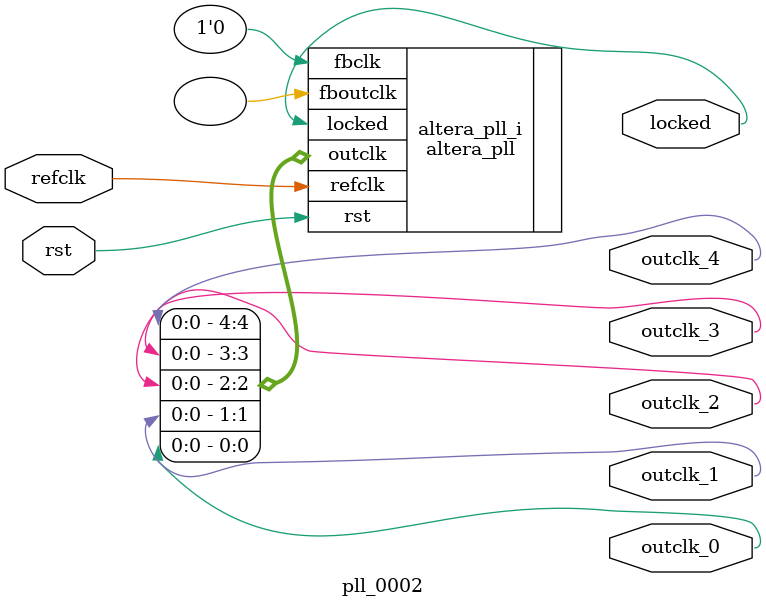
<source format=v>
`timescale 1ns/10ps
module  pll_0002(

	// interface 'refclk'
	input wire refclk,

	// interface 'reset'
	input wire rst,

	// interface 'outclk0'
	output wire outclk_0,

	// interface 'outclk1'
	output wire outclk_1,

	// interface 'outclk2'
	output wire outclk_2,

	// interface 'outclk3'
	output wire outclk_3,

	// interface 'outclk4'
	output wire outclk_4,

	// interface 'locked'
	output wire locked
);

	altera_pll #(
		.fractional_vco_multiplier("false"),
		.reference_clock_frequency("50.0 MHz"),
		.operation_mode("direct"),
		.number_of_clocks(5),
		.output_clock_frequency0("28.000000 MHz"),
		.phase_shift0("0 ps"),
		.duty_cycle0(50),
		.output_clock_frequency1("56.000000 MHz"),
		.phase_shift1("0 ps"),
		.duty_cycle1(50),
		.output_clock_frequency2("14.000000 MHz"),
		.phase_shift2("0 ps"),
		.duty_cycle2(50),
		.output_clock_frequency3("7.000000 MHz"),
		.phase_shift3("0 ps"),
		.duty_cycle3(50),
		.output_clock_frequency4("112.000000 MHz"),
		.phase_shift4("0 ps"),
		.duty_cycle4(50),
		.output_clock_frequency5("0 MHz"),
		.phase_shift5("0 ps"),
		.duty_cycle5(50),
		.output_clock_frequency6("0 MHz"),
		.phase_shift6("0 ps"),
		.duty_cycle6(50),
		.output_clock_frequency7("0 MHz"),
		.phase_shift7("0 ps"),
		.duty_cycle7(50),
		.output_clock_frequency8("0 MHz"),
		.phase_shift8("0 ps"),
		.duty_cycle8(50),
		.output_clock_frequency9("0 MHz"),
		.phase_shift9("0 ps"),
		.duty_cycle9(50),
		.output_clock_frequency10("0 MHz"),
		.phase_shift10("0 ps"),
		.duty_cycle10(50),
		.output_clock_frequency11("0 MHz"),
		.phase_shift11("0 ps"),
		.duty_cycle11(50),
		.output_clock_frequency12("0 MHz"),
		.phase_shift12("0 ps"),
		.duty_cycle12(50),
		.output_clock_frequency13("0 MHz"),
		.phase_shift13("0 ps"),
		.duty_cycle13(50),
		.output_clock_frequency14("0 MHz"),
		.phase_shift14("0 ps"),
		.duty_cycle14(50),
		.output_clock_frequency15("0 MHz"),
		.phase_shift15("0 ps"),
		.duty_cycle15(50),
		.output_clock_frequency16("0 MHz"),
		.phase_shift16("0 ps"),
		.duty_cycle16(50),
		.output_clock_frequency17("0 MHz"),
		.phase_shift17("0 ps"),
		.duty_cycle17(50),
		.pll_type("General"),
		.pll_subtype("General")
	) altera_pll_i (
		.rst	(rst),
		.outclk	({outclk_4, outclk_3, outclk_2, outclk_1, outclk_0}),
		.locked	(locked),
		.fboutclk	( ),
		.fbclk	(1'b0),
		.refclk	(refclk)
	);
endmodule


</source>
